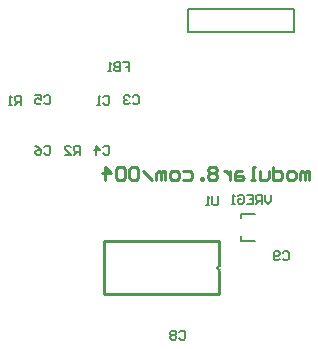
<source format=gbo>
%FSLAX25Y25*%
%MOIN*%
G70*
G01*
G75*
G04 Layer_Color=32896*
%ADD10R,0.04500X0.04500*%
%ADD11R,0.01969X0.08858*%
%ADD12R,0.07874X0.09843*%
G04:AMPARAMS|DCode=13|XSize=31.5mil|YSize=11.81mil|CornerRadius=0mil|HoleSize=0mil|Usage=FLASHONLY|Rotation=180.000|XOffset=0mil|YOffset=0mil|HoleType=Round|Shape=Octagon|*
%AMOCTAGOND13*
4,1,8,-0.01575,0.00295,-0.01575,-0.00295,-0.01280,-0.00591,0.01280,-0.00591,0.01575,-0.00295,0.01575,0.00295,0.01280,0.00591,-0.01280,0.00591,-0.01575,0.00295,0.0*
%
%ADD13OCTAGOND13*%

%ADD14R,0.03150X0.01181*%
%ADD15R,0.03150X0.02362*%
%ADD16C,0.01000*%
%ADD17C,0.02000*%
%ADD18R,0.06250X0.06250*%
%ADD19R,0.15748X0.11811*%
%ADD20R,0.11811X0.15748*%
%ADD21R,0.03937X0.15748*%
%ADD22R,0.03937X0.11811*%
%ADD23R,0.06250X0.06250*%
%ADD24C,0.02500*%
%ADD25R,0.11024X0.09449*%
%ADD26R,0.03500X0.03100*%
G04:AMPARAMS|DCode=27|XSize=59.06mil|YSize=12.8mil|CornerRadius=0mil|HoleSize=0mil|Usage=FLASHONLY|Rotation=90.000|XOffset=0mil|YOffset=0mil|HoleType=Round|Shape=Octagon|*
%AMOCTAGOND27*
4,1,8,0.00320,0.02953,-0.00320,0.02953,-0.00640,0.02633,-0.00640,-0.02633,-0.00320,-0.02953,0.00320,-0.02953,0.00640,-0.02633,0.00640,0.02633,0.00320,0.02953,0.0*
%
%ADD27OCTAGOND27*%

%ADD28R,0.01280X0.05906*%
%ADD29R,0.02362X0.03150*%
%ADD30C,0.00600*%
%ADD31C,0.00750*%
%ADD32R,0.15748X1.25984*%
%ADD33R,1.41732X0.15748*%
%ADD34R,0.15748X1.25984*%
%ADD35R,1.10236X0.15748*%
%ADD36R,0.05300X0.05300*%
%ADD37R,0.02769X0.09658*%
%ADD38R,0.08674X0.10642*%
G04:AMPARAMS|DCode=39|XSize=39.5mil|YSize=19.81mil|CornerRadius=0mil|HoleSize=0mil|Usage=FLASHONLY|Rotation=180.000|XOffset=0mil|YOffset=0mil|HoleType=Round|Shape=Octagon|*
%AMOCTAGOND39*
4,1,8,-0.01975,0.00495,-0.01975,-0.00495,-0.01480,-0.00991,0.01480,-0.00991,0.01975,-0.00495,0.01975,0.00495,0.01480,0.00991,-0.01480,0.00991,-0.01975,0.00495,0.0*
%
%ADD39OCTAGOND39*%

%ADD40R,0.03950X0.01981*%
%ADD41R,0.03950X0.03162*%
%ADD42R,0.07050X0.07050*%
%ADD43R,0.00800X0.00800*%
%ADD44R,0.16548X0.12611*%
%ADD45R,0.12611X0.16548*%
%ADD46R,0.04737X0.16548*%
%ADD47R,0.04737X0.12611*%
%ADD48R,0.07050X0.07050*%
%ADD49C,0.03300*%
%ADD50R,1.25984X0.15748*%
%ADD51R,0.15748X1.10236*%
%ADD52R,0.11824X0.10249*%
%ADD53R,0.04300X0.03900*%
G04:AMPARAMS|DCode=54|XSize=67.06mil|YSize=20.8mil|CornerRadius=0mil|HoleSize=0mil|Usage=FLASHONLY|Rotation=90.000|XOffset=0mil|YOffset=0mil|HoleType=Round|Shape=Octagon|*
%AMOCTAGOND54*
4,1,8,0.00520,0.03353,-0.00520,0.03353,-0.01040,0.02833,-0.01040,-0.02833,-0.00520,-0.03353,0.00520,-0.03353,0.01040,-0.02833,0.01040,0.02833,0.00520,0.03353,0.0*
%
%ADD54OCTAGOND54*%

%ADD55R,0.02080X0.06706*%
%ADD56R,0.03162X0.03950*%
%ADD57C,0.00500*%
%ADD58C,0.00875*%
D16*
X398169Y266608D02*
G03*
X398169Y265329I0J-640D01*
G01*
Y257469D02*
Y264968D01*
Y266968D02*
Y274969D01*
X359669D02*
X398169D01*
X359669Y257469D02*
Y274969D01*
Y257469D02*
X398169D01*
D30*
X387795Y344488D02*
X423228D01*
X387795D02*
Y352362D01*
X423228Y344488D02*
Y352362D01*
X387795D02*
X423228D01*
D31*
X359475Y322931D02*
X359975Y323430D01*
X360974D01*
X361474Y322931D01*
Y320931D01*
X360974Y320431D01*
X359975D01*
X359475Y320931D01*
X358475Y320431D02*
X357475D01*
X357975D01*
Y323430D01*
X358475Y322931D01*
X369316Y323015D02*
X369816Y323515D01*
X370816D01*
X371316Y323015D01*
Y321016D01*
X370816Y320516D01*
X369816D01*
X369316Y321016D01*
X368317Y323015D02*
X367817Y323515D01*
X366817D01*
X366317Y323015D01*
Y322515D01*
X366817Y322015D01*
X367317D01*
X366817D01*
X366317Y321515D01*
Y321016D01*
X366817Y320516D01*
X367817D01*
X368317Y321016D01*
X359469Y306283D02*
X359969Y306783D01*
X360969D01*
X361469Y306283D01*
Y304284D01*
X360969Y303784D01*
X359969D01*
X359469Y304284D01*
X356970Y303784D02*
Y306783D01*
X358470Y305284D01*
X356470D01*
X339796Y323005D02*
X340296Y323505D01*
X341295D01*
X341795Y323005D01*
Y321005D01*
X341295Y320505D01*
X340296D01*
X339796Y321005D01*
X336797Y323505D02*
X338796D01*
Y322005D01*
X337797Y322505D01*
X337297D01*
X336797Y322005D01*
Y321005D01*
X337297Y320505D01*
X338296D01*
X338796Y321005D01*
X339801Y306246D02*
X340300Y306746D01*
X341300D01*
X341800Y306246D01*
Y304247D01*
X341300Y303747D01*
X340300D01*
X339801Y304247D01*
X336802Y306746D02*
X337801Y306246D01*
X338801Y305247D01*
Y304247D01*
X338301Y303747D01*
X337301D01*
X336802Y304247D01*
Y304747D01*
X337301Y305247D01*
X338801D01*
X384812Y244625D02*
X385312Y245125D01*
X386311D01*
X386811Y244625D01*
Y242626D01*
X386311Y242126D01*
X385312D01*
X384812Y242626D01*
X383812Y244625D02*
X383312Y245125D01*
X382312D01*
X381813Y244625D01*
Y244125D01*
X382312Y243625D01*
X381813Y243126D01*
Y242626D01*
X382312Y242126D01*
X383312D01*
X383812Y242626D01*
Y243126D01*
X383312Y243625D01*
X383812Y244125D01*
Y244625D01*
X383312Y243625D02*
X382312D01*
X419332Y271036D02*
X419832Y271536D01*
X420832D01*
X421332Y271036D01*
Y269037D01*
X420832Y268537D01*
X419832D01*
X419332Y269037D01*
X418332D02*
X417833Y268537D01*
X416833D01*
X416333Y269037D01*
Y271036D01*
X416833Y271536D01*
X417833D01*
X418332Y271036D01*
Y270536D01*
X417833Y270037D01*
X416333D01*
X366201Y334515D02*
X368200D01*
Y333015D01*
X367200D01*
X368200D01*
Y331516D01*
X365201Y334515D02*
Y331516D01*
X363702D01*
X363202Y332016D01*
Y332515D01*
X363702Y333015D01*
X365201D01*
X363702D01*
X363202Y333515D01*
Y334015D01*
X363702Y334515D01*
X365201D01*
X362202Y331516D02*
X361202D01*
X361702D01*
Y334515D01*
X362202Y334015D01*
X331979Y320447D02*
Y323446D01*
X330479D01*
X329979Y322946D01*
Y321947D01*
X330479Y321447D01*
X331979D01*
X330979D02*
X329979Y320447D01*
X328980D02*
X327980D01*
X328480D01*
Y323446D01*
X328980Y322946D01*
X351631Y303736D02*
Y306735D01*
X350132D01*
X349632Y306235D01*
Y305236D01*
X350132Y304736D01*
X351631D01*
X350632D02*
X349632Y303736D01*
X346633D02*
X348633D01*
X346633Y305736D01*
Y306235D01*
X347133Y306735D01*
X348133D01*
X348633Y306235D01*
X397909Y289836D02*
Y287337D01*
X397410Y286837D01*
X396410D01*
X395910Y287337D01*
Y289836D01*
X394910Y286837D02*
X393911D01*
X394411D01*
Y289836D01*
X394910Y289336D01*
X415354Y290401D02*
Y288401D01*
X414355Y287402D01*
X413355Y288401D01*
Y290401D01*
X412355Y287402D02*
Y290401D01*
X410856D01*
X410356Y289901D01*
Y288901D01*
X410856Y288401D01*
X412355D01*
X411356D02*
X410356Y287402D01*
X407357Y290401D02*
X409356D01*
Y287402D01*
X407357D01*
X409356Y288901D02*
X408357D01*
X404358Y289901D02*
X404858Y290401D01*
X405857D01*
X406357Y289901D01*
Y287901D01*
X405857Y287402D01*
X404858D01*
X404358Y287901D01*
Y288901D01*
X405358D01*
X403358Y287402D02*
X402358D01*
X402858D01*
Y290401D01*
X403358Y289901D01*
D57*
X405512Y284028D02*
X410012D01*
X405512Y282528D02*
Y284028D01*
Y275028D02*
Y276528D01*
Y275028D02*
X410012D01*
D58*
X428150Y295276D02*
Y298275D01*
X427400D01*
X426650Y297525D01*
Y295276D01*
Y297525D01*
X425900Y298275D01*
X425151Y297525D01*
Y295276D01*
X422901D02*
X421402D01*
X420652Y296025D01*
Y297525D01*
X421402Y298275D01*
X422901D01*
X423651Y297525D01*
Y296025D01*
X422901Y295276D01*
X416153Y299774D02*
Y295276D01*
X418403D01*
X419152Y296025D01*
Y297525D01*
X418403Y298275D01*
X416153D01*
X414654D02*
Y296025D01*
X413904Y295276D01*
X411655D01*
Y298275D01*
X410155Y295276D02*
X408656D01*
X409406D01*
Y299774D01*
X410155D01*
X405657Y298275D02*
X404157D01*
X403408Y297525D01*
Y295276D01*
X405657D01*
X406407Y296025D01*
X405657Y296775D01*
X403408D01*
X401908Y298275D02*
Y295276D01*
Y296775D01*
X401158Y297525D01*
X400409Y298275D01*
X399659D01*
X397410Y299024D02*
X396660Y299774D01*
X395160D01*
X394410Y299024D01*
Y298275D01*
X395160Y297525D01*
X394410Y296775D01*
Y296025D01*
X395160Y295276D01*
X396660D01*
X397410Y296025D01*
Y296775D01*
X396660Y297525D01*
X397410Y298275D01*
Y299024D01*
X396660Y297525D02*
X395160D01*
X392911Y295276D02*
Y296025D01*
X392161D01*
Y295276D01*
X392911D01*
X386163Y298275D02*
X388412D01*
X389162Y297525D01*
Y296025D01*
X388412Y295276D01*
X386163D01*
X383914D02*
X382414D01*
X381665Y296025D01*
Y297525D01*
X382414Y298275D01*
X383914D01*
X384664Y297525D01*
Y296025D01*
X383914Y295276D01*
X380165D02*
Y298275D01*
X379415D01*
X378666Y297525D01*
Y295276D01*
Y297525D01*
X377916Y298275D01*
X377166Y297525D01*
Y295276D01*
X375666D02*
X372668Y298275D01*
X371168Y299024D02*
X370418Y299774D01*
X368919D01*
X368169Y299024D01*
Y296025D01*
X368919Y295276D01*
X370418D01*
X371168Y296025D01*
Y299024D01*
X366669D02*
X365920Y299774D01*
X364420D01*
X363670Y299024D01*
Y296025D01*
X364420Y295276D01*
X365920D01*
X366669Y296025D01*
Y299024D01*
X359922Y295276D02*
Y299774D01*
X362171Y297525D01*
X359172D01*
M02*

</source>
